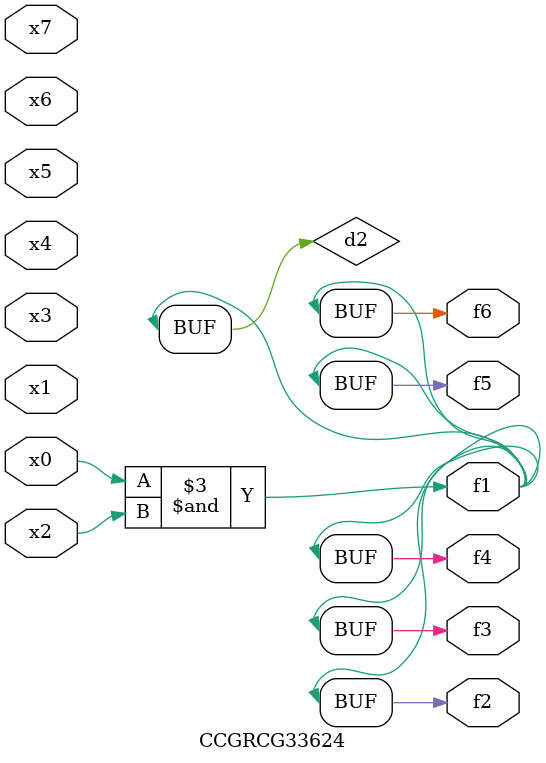
<source format=v>
module CCGRCG33624(
	input x0, x1, x2, x3, x4, x5, x6, x7,
	output f1, f2, f3, f4, f5, f6
);

	wire d1, d2;

	nor (d1, x3, x6);
	and (d2, x0, x2);
	assign f1 = d2;
	assign f2 = d2;
	assign f3 = d2;
	assign f4 = d2;
	assign f5 = d2;
	assign f6 = d2;
endmodule

</source>
